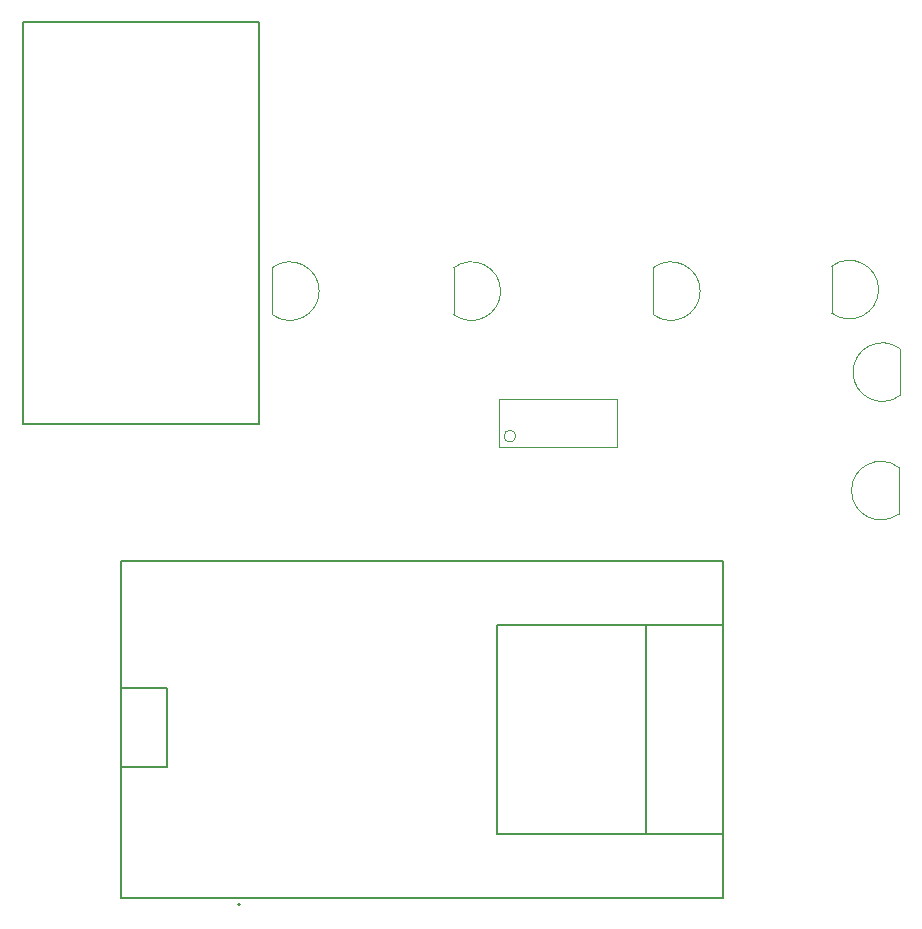
<source format=gbr>
G04*
G04 #@! TF.GenerationSoftware,Altium Limited,Altium Designer,24.3.1 (35)*
G04*
G04 Layer_Color=16711935*
%FSLAX25Y25*%
%MOIN*%
G70*
G04*
G04 #@! TF.SameCoordinates,46AF65BB-AA63-4F94-AAD3-FE113F2D5473*
G04*
G04*
G04 #@! TF.FilePolarity,Positive*
G04*
G01*
G75*
%ADD10C,0.00787*%
%ADD13C,0.00500*%
%ADD53C,0.00394*%
D10*
X75894Y27535D02*
G03*
X75894Y27535I-394J0D01*
G01*
D13*
X36287Y73358D02*
X51602D01*
Y99780D01*
X36287D02*
X51602D01*
X211327Y50921D02*
Y120567D01*
X236878D01*
X161602D02*
X211327D01*
X161602Y50921D02*
Y120567D01*
Y50921D02*
X211327D01*
X236878D01*
Y120567D02*
Y142024D01*
Y50921D02*
Y120567D01*
Y29780D02*
Y50921D01*
X36287Y142024D02*
X236878D01*
X36287Y29780D02*
X236878D01*
X36287Y99780D02*
Y142024D01*
Y73358D02*
Y99780D01*
Y29780D02*
Y73358D01*
X3472Y321555D02*
X82213D01*
Y187697D02*
Y321555D01*
X3472Y187697D02*
X82213D01*
X3472D02*
Y321555D01*
D53*
X295406Y173295D02*
G03*
X295406Y157705I-5906J-7795D01*
G01*
X167827Y183669D02*
G03*
X167827Y183669I-1969J0D01*
G01*
X86594Y224205D02*
G03*
X86594Y239795I5906J7795D01*
G01*
X147095Y224205D02*
G03*
X147095Y239795I5906J7795D01*
G01*
X213595Y224205D02*
G03*
X213595Y239795I5906J7795D01*
G01*
X273095Y224705D02*
G03*
X273095Y240295I5906J7795D01*
G01*
X295905Y212795D02*
G03*
X295905Y197205I-5906J-7795D01*
G01*
X295406Y157705D02*
Y173295D01*
X201685Y180126D02*
Y195874D01*
X162315Y180126D02*
Y195874D01*
X201685D01*
X162315Y180126D02*
X201685D01*
X86594Y224205D02*
Y239795D01*
X147094Y224205D02*
Y239795D01*
X213594Y224205D02*
Y239795D01*
X273094Y224705D02*
Y240295D01*
X295906Y197205D02*
Y212795D01*
M02*

</source>
